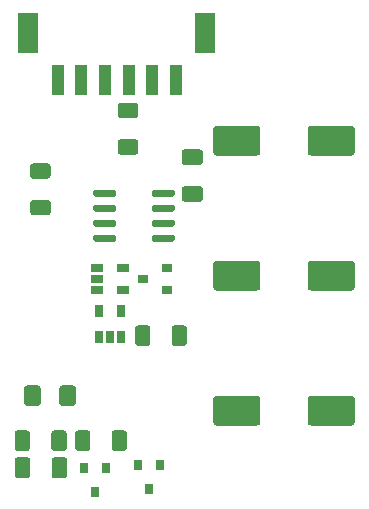
<source format=gbr>
%TF.GenerationSoftware,KiCad,Pcbnew,5.1.10*%
%TF.CreationDate,2021-09-14T17:18:41+02:00*%
%TF.ProjectId,BTS-LogicBoard,4254532d-4c6f-4676-9963-426f6172642e,rev?*%
%TF.SameCoordinates,Original*%
%TF.FileFunction,Paste,Top*%
%TF.FilePolarity,Positive*%
%FSLAX46Y46*%
G04 Gerber Fmt 4.6, Leading zero omitted, Abs format (unit mm)*
G04 Created by KiCad (PCBNEW 5.1.10) date 2021-09-14 17:18:41*
%MOMM*%
%LPD*%
G01*
G04 APERTURE LIST*
%ADD10R,0.800000X0.900000*%
%ADD11R,1.060000X0.650000*%
%ADD12R,0.650000X1.060000*%
%ADD13R,0.900000X0.800000*%
%ADD14R,1.750000X3.450000*%
%ADD15R,1.000000X2.500000*%
G04 APERTURE END LIST*
D10*
%TO.C,Q6*%
X134620000Y-111998000D03*
X133670000Y-109998000D03*
X135570000Y-109998000D03*
%TD*%
%TO.C,C8*%
G36*
G01*
X148050000Y-83550000D02*
X148050000Y-81550000D01*
G75*
G02*
X148300000Y-81300000I250000J0D01*
G01*
X151800000Y-81300000D01*
G75*
G02*
X152050000Y-81550000I0J-250000D01*
G01*
X152050000Y-83550000D01*
G75*
G02*
X151800000Y-83800000I-250000J0D01*
G01*
X148300000Y-83800000D01*
G75*
G02*
X148050000Y-83550000I0J250000D01*
G01*
G37*
G36*
G01*
X140050000Y-83550000D02*
X140050000Y-81550000D01*
G75*
G02*
X140300000Y-81300000I250000J0D01*
G01*
X143800000Y-81300000D01*
G75*
G02*
X144050000Y-81550000I0J-250000D01*
G01*
X144050000Y-83550000D01*
G75*
G02*
X143800000Y-83800000I-250000J0D01*
G01*
X140300000Y-83800000D01*
G75*
G02*
X140050000Y-83550000I0J250000D01*
G01*
G37*
%TD*%
D11*
%TO.C,U3*%
X132418000Y-93284000D03*
X132418000Y-95184000D03*
X130218000Y-95184000D03*
X130218000Y-94234000D03*
X130218000Y-93284000D03*
%TD*%
%TO.C,U2*%
G36*
G01*
X134850000Y-87145000D02*
X134850000Y-86845000D01*
G75*
G02*
X135000000Y-86695000I150000J0D01*
G01*
X136650000Y-86695000D01*
G75*
G02*
X136800000Y-86845000I0J-150000D01*
G01*
X136800000Y-87145000D01*
G75*
G02*
X136650000Y-87295000I-150000J0D01*
G01*
X135000000Y-87295000D01*
G75*
G02*
X134850000Y-87145000I0J150000D01*
G01*
G37*
G36*
G01*
X134850000Y-88415000D02*
X134850000Y-88115000D01*
G75*
G02*
X135000000Y-87965000I150000J0D01*
G01*
X136650000Y-87965000D01*
G75*
G02*
X136800000Y-88115000I0J-150000D01*
G01*
X136800000Y-88415000D01*
G75*
G02*
X136650000Y-88565000I-150000J0D01*
G01*
X135000000Y-88565000D01*
G75*
G02*
X134850000Y-88415000I0J150000D01*
G01*
G37*
G36*
G01*
X134850000Y-89685000D02*
X134850000Y-89385000D01*
G75*
G02*
X135000000Y-89235000I150000J0D01*
G01*
X136650000Y-89235000D01*
G75*
G02*
X136800000Y-89385000I0J-150000D01*
G01*
X136800000Y-89685000D01*
G75*
G02*
X136650000Y-89835000I-150000J0D01*
G01*
X135000000Y-89835000D01*
G75*
G02*
X134850000Y-89685000I0J150000D01*
G01*
G37*
G36*
G01*
X134850000Y-90955000D02*
X134850000Y-90655000D01*
G75*
G02*
X135000000Y-90505000I150000J0D01*
G01*
X136650000Y-90505000D01*
G75*
G02*
X136800000Y-90655000I0J-150000D01*
G01*
X136800000Y-90955000D01*
G75*
G02*
X136650000Y-91105000I-150000J0D01*
G01*
X135000000Y-91105000D01*
G75*
G02*
X134850000Y-90955000I0J150000D01*
G01*
G37*
G36*
G01*
X129900000Y-90955000D02*
X129900000Y-90655000D01*
G75*
G02*
X130050000Y-90505000I150000J0D01*
G01*
X131700000Y-90505000D01*
G75*
G02*
X131850000Y-90655000I0J-150000D01*
G01*
X131850000Y-90955000D01*
G75*
G02*
X131700000Y-91105000I-150000J0D01*
G01*
X130050000Y-91105000D01*
G75*
G02*
X129900000Y-90955000I0J150000D01*
G01*
G37*
G36*
G01*
X129900000Y-89685000D02*
X129900000Y-89385000D01*
G75*
G02*
X130050000Y-89235000I150000J0D01*
G01*
X131700000Y-89235000D01*
G75*
G02*
X131850000Y-89385000I0J-150000D01*
G01*
X131850000Y-89685000D01*
G75*
G02*
X131700000Y-89835000I-150000J0D01*
G01*
X130050000Y-89835000D01*
G75*
G02*
X129900000Y-89685000I0J150000D01*
G01*
G37*
G36*
G01*
X129900000Y-88415000D02*
X129900000Y-88115000D01*
G75*
G02*
X130050000Y-87965000I150000J0D01*
G01*
X131700000Y-87965000D01*
G75*
G02*
X131850000Y-88115000I0J-150000D01*
G01*
X131850000Y-88415000D01*
G75*
G02*
X131700000Y-88565000I-150000J0D01*
G01*
X130050000Y-88565000D01*
G75*
G02*
X129900000Y-88415000I0J150000D01*
G01*
G37*
G36*
G01*
X129900000Y-87145000D02*
X129900000Y-86845000D01*
G75*
G02*
X130050000Y-86695000I150000J0D01*
G01*
X131700000Y-86695000D01*
G75*
G02*
X131850000Y-86845000I0J-150000D01*
G01*
X131850000Y-87145000D01*
G75*
G02*
X131700000Y-87295000I-150000J0D01*
G01*
X130050000Y-87295000D01*
G75*
G02*
X129900000Y-87145000I0J150000D01*
G01*
G37*
%TD*%
D12*
%TO.C,U1*%
X130368000Y-96944000D03*
X132268000Y-96944000D03*
X132268000Y-99144000D03*
X131318000Y-99144000D03*
X130368000Y-99144000D03*
%TD*%
%TO.C,R17*%
G36*
G01*
X133467001Y-80634000D02*
X132216999Y-80634000D01*
G75*
G02*
X131967000Y-80384001I0J249999D01*
G01*
X131967000Y-79583999D01*
G75*
G02*
X132216999Y-79334000I249999J0D01*
G01*
X133467001Y-79334000D01*
G75*
G02*
X133717000Y-79583999I0J-249999D01*
G01*
X133717000Y-80384001D01*
G75*
G02*
X133467001Y-80634000I-249999J0D01*
G01*
G37*
G36*
G01*
X133467001Y-83734000D02*
X132216999Y-83734000D01*
G75*
G02*
X131967000Y-83484001I0J249999D01*
G01*
X131967000Y-82683999D01*
G75*
G02*
X132216999Y-82434000I249999J0D01*
G01*
X133467001Y-82434000D01*
G75*
G02*
X133717000Y-82683999I0J-249999D01*
G01*
X133717000Y-83484001D01*
G75*
G02*
X133467001Y-83734000I-249999J0D01*
G01*
G37*
%TD*%
%TO.C,R12*%
G36*
G01*
X134736000Y-98434999D02*
X134736000Y-99685001D01*
G75*
G02*
X134486001Y-99935000I-249999J0D01*
G01*
X133685999Y-99935000D01*
G75*
G02*
X133436000Y-99685001I0J249999D01*
G01*
X133436000Y-98434999D01*
G75*
G02*
X133685999Y-98185000I249999J0D01*
G01*
X134486001Y-98185000D01*
G75*
G02*
X134736000Y-98434999I0J-249999D01*
G01*
G37*
G36*
G01*
X137836000Y-98434999D02*
X137836000Y-99685001D01*
G75*
G02*
X137586001Y-99935000I-249999J0D01*
G01*
X136785999Y-99935000D01*
G75*
G02*
X136536000Y-99685001I0J249999D01*
G01*
X136536000Y-98434999D01*
G75*
G02*
X136785999Y-98185000I249999J0D01*
G01*
X137586001Y-98185000D01*
G75*
G02*
X137836000Y-98434999I0J-249999D01*
G01*
G37*
%TD*%
%TO.C,R4*%
G36*
G01*
X126050201Y-85764800D02*
X124800199Y-85764800D01*
G75*
G02*
X124550200Y-85514801I0J249999D01*
G01*
X124550200Y-84714799D01*
G75*
G02*
X124800199Y-84464800I249999J0D01*
G01*
X126050201Y-84464800D01*
G75*
G02*
X126300200Y-84714799I0J-249999D01*
G01*
X126300200Y-85514801D01*
G75*
G02*
X126050201Y-85764800I-249999J0D01*
G01*
G37*
G36*
G01*
X126050201Y-88864800D02*
X124800199Y-88864800D01*
G75*
G02*
X124550200Y-88614801I0J249999D01*
G01*
X124550200Y-87814799D01*
G75*
G02*
X124800199Y-87564800I249999J0D01*
G01*
X126050201Y-87564800D01*
G75*
G02*
X126300200Y-87814799I0J-249999D01*
G01*
X126300200Y-88614801D01*
G75*
G02*
X126050201Y-88864800I-249999J0D01*
G01*
G37*
%TD*%
%TO.C,R2*%
G36*
G01*
X124550000Y-107324999D02*
X124550000Y-108575001D01*
G75*
G02*
X124300001Y-108825000I-249999J0D01*
G01*
X123499999Y-108825000D01*
G75*
G02*
X123250000Y-108575001I0J249999D01*
G01*
X123250000Y-107324999D01*
G75*
G02*
X123499999Y-107075000I249999J0D01*
G01*
X124300001Y-107075000D01*
G75*
G02*
X124550000Y-107324999I0J-249999D01*
G01*
G37*
G36*
G01*
X127650000Y-107324999D02*
X127650000Y-108575001D01*
G75*
G02*
X127400001Y-108825000I-249999J0D01*
G01*
X126599999Y-108825000D01*
G75*
G02*
X126350000Y-108575001I0J249999D01*
G01*
X126350000Y-107324999D01*
G75*
G02*
X126599999Y-107075000I249999J0D01*
G01*
X127400001Y-107075000D01*
G75*
G02*
X127650000Y-107324999I0J-249999D01*
G01*
G37*
%TD*%
%TO.C,R1*%
G36*
G01*
X129656000Y-107324999D02*
X129656000Y-108575001D01*
G75*
G02*
X129406001Y-108825000I-249999J0D01*
G01*
X128605999Y-108825000D01*
G75*
G02*
X128356000Y-108575001I0J249999D01*
G01*
X128356000Y-107324999D01*
G75*
G02*
X128605999Y-107075000I249999J0D01*
G01*
X129406001Y-107075000D01*
G75*
G02*
X129656000Y-107324999I0J-249999D01*
G01*
G37*
G36*
G01*
X132756000Y-107324999D02*
X132756000Y-108575001D01*
G75*
G02*
X132506001Y-108825000I-249999J0D01*
G01*
X131705999Y-108825000D01*
G75*
G02*
X131456000Y-108575001I0J249999D01*
G01*
X131456000Y-107324999D01*
G75*
G02*
X131705999Y-107075000I249999J0D01*
G01*
X132506001Y-107075000D01*
G75*
G02*
X132756000Y-107324999I0J-249999D01*
G01*
G37*
%TD*%
D13*
%TO.C,Q4*%
X134128000Y-94234000D03*
X136128000Y-93284000D03*
X136128000Y-95184000D03*
%TD*%
D10*
%TO.C,Q2*%
X130048000Y-112252000D03*
X129098000Y-110252000D03*
X130998000Y-110252000D03*
%TD*%
D14*
%TO.C,J1*%
X124390000Y-73390000D03*
X139390000Y-73390000D03*
D15*
X136890000Y-77390000D03*
X134890000Y-77390000D03*
X132890000Y-77390000D03*
X130890000Y-77390000D03*
X128890000Y-77390000D03*
X126890000Y-77390000D03*
%TD*%
%TO.C,D4*%
G36*
G01*
X127013000Y-104765000D02*
X127013000Y-103515000D01*
G75*
G02*
X127263000Y-103265000I250000J0D01*
G01*
X128188000Y-103265000D01*
G75*
G02*
X128438000Y-103515000I0J-250000D01*
G01*
X128438000Y-104765000D01*
G75*
G02*
X128188000Y-105015000I-250000J0D01*
G01*
X127263000Y-105015000D01*
G75*
G02*
X127013000Y-104765000I0J250000D01*
G01*
G37*
G36*
G01*
X124038000Y-104765000D02*
X124038000Y-103515000D01*
G75*
G02*
X124288000Y-103265000I250000J0D01*
G01*
X125213000Y-103265000D01*
G75*
G02*
X125463000Y-103515000I0J-250000D01*
G01*
X125463000Y-104765000D01*
G75*
G02*
X125213000Y-105015000I-250000J0D01*
G01*
X124288000Y-105015000D01*
G75*
G02*
X124038000Y-104765000I0J250000D01*
G01*
G37*
%TD*%
%TO.C,C5*%
G36*
G01*
X148050000Y-94980000D02*
X148050000Y-92980000D01*
G75*
G02*
X148300000Y-92730000I250000J0D01*
G01*
X151800000Y-92730000D01*
G75*
G02*
X152050000Y-92980000I0J-250000D01*
G01*
X152050000Y-94980000D01*
G75*
G02*
X151800000Y-95230000I-250000J0D01*
G01*
X148300000Y-95230000D01*
G75*
G02*
X148050000Y-94980000I0J250000D01*
G01*
G37*
G36*
G01*
X140050000Y-94980000D02*
X140050000Y-92980000D01*
G75*
G02*
X140300000Y-92730000I250000J0D01*
G01*
X143800000Y-92730000D01*
G75*
G02*
X144050000Y-92980000I0J-250000D01*
G01*
X144050000Y-94980000D01*
G75*
G02*
X143800000Y-95230000I-250000J0D01*
G01*
X140300000Y-95230000D01*
G75*
G02*
X140050000Y-94980000I0J250000D01*
G01*
G37*
%TD*%
%TO.C,C3*%
G36*
G01*
X126376000Y-110886003D02*
X126376000Y-109585997D01*
G75*
G02*
X126625997Y-109336000I249997J0D01*
G01*
X127451003Y-109336000D01*
G75*
G02*
X127701000Y-109585997I0J-249997D01*
G01*
X127701000Y-110886003D01*
G75*
G02*
X127451003Y-111136000I-249997J0D01*
G01*
X126625997Y-111136000D01*
G75*
G02*
X126376000Y-110886003I0J249997D01*
G01*
G37*
G36*
G01*
X123251000Y-110886003D02*
X123251000Y-109585997D01*
G75*
G02*
X123500997Y-109336000I249997J0D01*
G01*
X124326003Y-109336000D01*
G75*
G02*
X124576000Y-109585997I0J-249997D01*
G01*
X124576000Y-110886003D01*
G75*
G02*
X124326003Y-111136000I-249997J0D01*
G01*
X123500997Y-111136000D01*
G75*
G02*
X123251000Y-110886003I0J249997D01*
G01*
G37*
%TD*%
%TO.C,C2*%
G36*
G01*
X148050000Y-106410000D02*
X148050000Y-104410000D01*
G75*
G02*
X148300000Y-104160000I250000J0D01*
G01*
X151800000Y-104160000D01*
G75*
G02*
X152050000Y-104410000I0J-250000D01*
G01*
X152050000Y-106410000D01*
G75*
G02*
X151800000Y-106660000I-250000J0D01*
G01*
X148300000Y-106660000D01*
G75*
G02*
X148050000Y-106410000I0J250000D01*
G01*
G37*
G36*
G01*
X140050000Y-106410000D02*
X140050000Y-104410000D01*
G75*
G02*
X140300000Y-104160000I250000J0D01*
G01*
X143800000Y-104160000D01*
G75*
G02*
X144050000Y-104410000I0J-250000D01*
G01*
X144050000Y-106410000D01*
G75*
G02*
X143800000Y-106660000I-250000J0D01*
G01*
X140300000Y-106660000D01*
G75*
G02*
X140050000Y-106410000I0J250000D01*
G01*
G37*
%TD*%
%TO.C,C1*%
G36*
G01*
X138927603Y-84596400D02*
X137627597Y-84596400D01*
G75*
G02*
X137377600Y-84346403I0J249997D01*
G01*
X137377600Y-83521397D01*
G75*
G02*
X137627597Y-83271400I249997J0D01*
G01*
X138927603Y-83271400D01*
G75*
G02*
X139177600Y-83521397I0J-249997D01*
G01*
X139177600Y-84346403D01*
G75*
G02*
X138927603Y-84596400I-249997J0D01*
G01*
G37*
G36*
G01*
X138927603Y-87721400D02*
X137627597Y-87721400D01*
G75*
G02*
X137377600Y-87471403I0J249997D01*
G01*
X137377600Y-86646397D01*
G75*
G02*
X137627597Y-86396400I249997J0D01*
G01*
X138927603Y-86396400D01*
G75*
G02*
X139177600Y-86646397I0J-249997D01*
G01*
X139177600Y-87471403D01*
G75*
G02*
X138927603Y-87721400I-249997J0D01*
G01*
G37*
%TD*%
M02*

</source>
